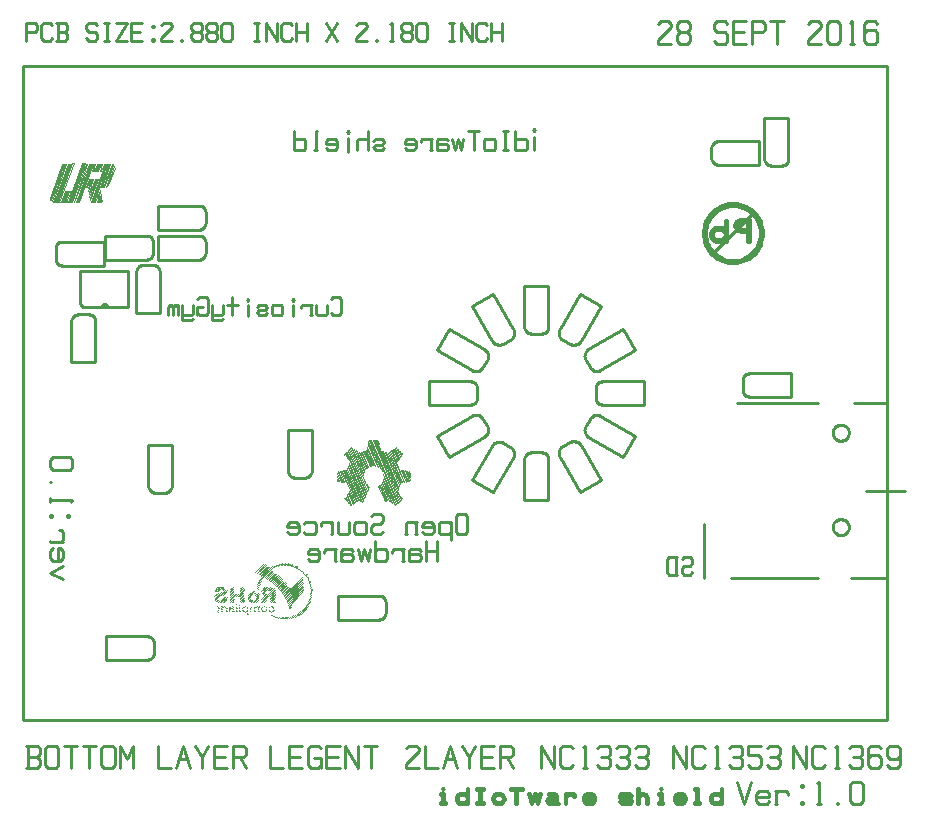
<source format=gbr>
G04 CAM350 V9.5.2 (Build 226) Date:  Wed Oct 05 09:55:23 2016 *
G04 Database: C:\new\NC1369\FINAL\bot lp.cam *
G04 Layer 1: 60.ger *
%FSLAX23Y23*%
%MOIN*%
%SFA1.000B1.000*%

%MIA0B0*%
%IPPOS*%
%ADD10C,0.00900*%
%ADD11C,0.00400*%
%LN60.ger*%
%LPD*%
G54D10*
X276Y200D02*
G01Y280D01*
X410Y200D02*
G01X276D01*
X410Y280D02*
G01X276D01*
X436Y226D02*
G01Y254D01*
Y259*
X434Y263*
X433Y267*
X430Y271*
X427Y274*
X423Y277*
X419Y278*
X415Y280*
X410*
Y200D02*
G01X415D01*
X419Y202*
X423Y203*
X427Y206*
X430Y209*
X433Y213*
X434Y217*
X436Y221*
Y226*
X133Y470D02*
G01X90Y491D01*
X133Y513*
X114Y531D02*
G01Y573D01*
X123*
X133Y564*
Y540*
X123Y531*
X99*
X90Y540*
Y564*
X99Y573*
X90Y592D02*
G01Y595D01*
X133*
Y592*
X126Y595D02*
G01X133Y601D01*
Y628*
X126Y634*
X120*
X90Y595D02*
G01Y598D01*
X96Y677D02*
G01Y683D01*
X90*
Y677*
X96*
X151D02*
G01Y683D01*
X145*
Y677*
X151*
X90Y728D02*
G01Y740D01*
Y734D02*
G01X163D01*
X157Y728*
X90Y792D02*
G01X93D01*
Y795*
X90*
Y792*
X99Y835D02*
G01X154D01*
X163Y844*
Y868*
X154Y877*
X99*
X90Y868*
Y844*
X99Y835*
X0Y0D02*
G01X2880D01*
X0Y2180D02*
G01Y0D01*
X415Y917D02*
G01X495D01*
X415Y783D02*
G01Y917D01*
X495Y783D02*
G01Y917D01*
X441Y757D02*
G01X469D01*
X474*
X478Y759*
X482Y760*
X486Y763*
X489Y766*
X492Y770*
X493Y774*
X495Y778*
Y783*
X415D02*
G01Y778D01*
X417Y774*
X418Y770*
X421Y766*
X424Y763*
X428Y760*
X432Y759*
X436Y757*
X441*
X273Y1535D02*
G01Y1615D01*
X407Y1535D02*
G01X273D01*
X407Y1615D02*
G01X273D01*
X433Y1561D02*
G01Y1589D01*
Y1594*
X431Y1598*
X430Y1602*
X427Y1606*
X424Y1609*
X420Y1612*
X416Y1613*
X412Y1615*
X407*
Y1535D02*
G01X412D01*
X416Y1537*
X420Y1538*
X424Y1541*
X427Y1544*
X430Y1548*
X431Y1552*
X433Y1556*
Y1561*
X455Y1358D02*
G01X375D01*
X455Y1492D02*
G01Y1358D01*
X375Y1492D02*
G01Y1358D01*
X429Y1518D02*
G01X401D01*
X396*
X392Y1516*
X388Y1515*
X384Y1512*
X381Y1509*
X378Y1505*
X377Y1501*
X375Y1497*
Y1492*
X455D02*
G01Y1497D01*
X453Y1501*
X452Y1505*
X449Y1509*
X446Y1512*
X442Y1515*
X438Y1516*
X434Y1518*
X429*
X448Y1535D02*
G01Y1615D01*
X582Y1535D02*
G01X448D01*
X582Y1615D02*
G01X448D01*
X608Y1561D02*
G01Y1589D01*
Y1594*
X606Y1598*
X605Y1602*
X602Y1606*
X599Y1609*
X595Y1612*
X591Y1613*
X587Y1615*
X582*
Y1535D02*
G01X587D01*
X591Y1537*
X595Y1538*
X599Y1541*
X602Y1544*
X605Y1548*
X606Y1552*
X608Y1556*
Y1561*
X267Y1595D02*
G01Y1515D01*
X133Y1595D02*
G01X267D01*
X133Y1515D02*
G01X267D01*
X107Y1569D02*
G01Y1541D01*
Y1536*
X109Y1532*
X110Y1528*
X113Y1524*
X116Y1521*
X120Y1518*
X124Y1517*
X128Y1515*
X133*
Y1595D02*
G01X128D01*
X124Y1593*
X120Y1592*
X116Y1589*
X113Y1586*
X110Y1582*
X109Y1578*
X107Y1574*
Y1569*
X350Y1378D02*
G01X200D01*
X350Y1498D02*
G01X190D01*
X350Y1378D02*
G01Y1498D01*
X190Y1388D02*
G01Y1498D01*
Y1388D02*
G01X200Y1378D01*
G54D11*
X282Y1380D02*
G01X258D01*
X259Y1384*
X281*
X279Y1387*
X261*
X265Y1390*
X275*
G54D10*
X240Y1193D02*
G01X160D01*
X240Y1327D02*
G01Y1193D01*
X160Y1327D02*
G01Y1193D01*
X214Y1353D02*
G01X186D01*
X181*
X177Y1351*
X173Y1350*
X169Y1347*
X166Y1344*
X163Y1340*
X162Y1336*
X160Y1332*
Y1327*
X240D02*
G01Y1332D01*
X238Y1336*
X237Y1340*
X234Y1344*
X231Y1347*
X227Y1350*
X223Y1351*
X219Y1353*
X214*
X1025Y1357D02*
G01X1033Y1350D01*
X1053*
X1060Y1357*
Y1402*
X1053Y1409*
X1033*
X1025Y1402*
X1011Y1385D02*
G01Y1355D01*
X1006Y1350*
X981*
X976Y1355*
Y1385*
X961Y1350D02*
G01X959D01*
Y1385*
X961*
X959Y1380D02*
G01X954Y1385D01*
X931*
X926Y1380*
Y1375*
X959Y1350D02*
G01X956D01*
X862Y1355D02*
G01Y1380D01*
X857Y1385*
X832*
X827Y1380*
Y1355*
X832Y1350*
X857*
X862Y1355*
X778Y1377D02*
G01X785Y1385D01*
X805*
X813Y1377*
Y1375*
X805Y1367*
X785*
X778Y1360*
X785Y1350*
X805*
X813Y1357*
X714Y1385D02*
G01X679D01*
X696Y1409D02*
G01Y1350D01*
X664Y1385D02*
G01Y1355D01*
X659Y1350*
X634*
X629Y1355*
Y1385*
Y1355D02*
G01Y1335D01*
Y1355D02*
G01Y1338D01*
X634Y1333*
X659*
X664Y1338*
X597Y1377D02*
G01X587D01*
X580Y1370D02*
G01Y1357D01*
X587Y1350*
X607*
X615Y1357*
Y1402*
X607Y1409*
X587*
X580Y1402*
X587Y1377D02*
G01X580D01*
Y1350*
X565Y1385D02*
G01Y1355D01*
X560Y1350*
X535*
X530Y1355*
Y1385*
Y1355D02*
G01Y1335D01*
Y1355D02*
G01Y1338D01*
X535Y1333*
X560*
X565Y1338*
X516Y1350D02*
G01Y1385D01*
Y1377D02*
G01X508Y1385D01*
X506*
X498Y1377*
Y1350*
Y1377D02*
G01X491Y1385D01*
X488*
X481Y1377*
Y1350*
X448Y1635D02*
G01Y1715D01*
X582Y1635D02*
G01X448D01*
X582Y1715D02*
G01X448D01*
X608Y1661D02*
G01Y1689D01*
Y1694*
X606Y1698*
X605Y1702*
X602Y1706*
X599Y1709*
X595Y1712*
X591Y1713*
X587Y1715*
X582*
Y1635D02*
G01X587D01*
X591Y1637*
X595Y1638*
X599Y1641*
X602Y1644*
X605Y1648*
X606Y1652*
X608Y1656*
Y1661*
G54D11*
X304Y1840D02*
G01X283Y1782D01*
X303Y1847D02*
G01X278Y1779D01*
X262Y1734D02*
G01X259Y1727D01*
X300Y1851D02*
G01X274Y1777D01*
X260Y1740D02*
G01X256Y1727D01*
X297Y1853D02*
G01X270Y1777D01*
X259Y1747D02*
G01X252Y1727D01*
X294Y1855D02*
G01X266Y1777D01*
X257Y1753D02*
G01X248Y1727D01*
X290Y1855D02*
G01X262Y1777D01*
X256Y1760D02*
G01X244Y1727D01*
X286Y1855D02*
G01X258Y1777D01*
X254Y1766D02*
G01X240Y1727D01*
X282Y1855D02*
G01X254Y1777D01*
X253Y1773D02*
G01X236Y1727D01*
X279Y1855D02*
G01X232Y1727D01*
X228*
X275Y1855*
X271*
X225Y1727*
X267Y1855D02*
G01X257Y1829D01*
X248Y1804D02*
G01X223Y1732D01*
X263Y1855D02*
G01X254Y1829D01*
X244Y1804D02*
G01X221Y1739D01*
X259Y1855D02*
G01X250Y1829D01*
X241Y1804D02*
G01X220Y1745D01*
X255Y1855D02*
G01X246Y1829D01*
X237Y1804D02*
G01X218Y1752D01*
X252Y1855D02*
G01X242Y1829D01*
X233Y1804D02*
G01X217Y1759D01*
X248Y1855D02*
G01X238Y1829D01*
X229Y1804D02*
G01X215Y1765D01*
X244Y1855D02*
G01X234Y1829D01*
X225Y1804D02*
G01X214Y1772D01*
X240Y1855D02*
G01X231Y1829D01*
X221Y1804D02*
G01X212Y1777D01*
X236Y1855D02*
G01X227Y1829D01*
X217Y1804D02*
G01X208Y1777D01*
X232Y1855D02*
G01X186Y1727D01*
X182*
X228Y1855*
X224*
X178Y1727*
X174*
X221Y1855*
X217*
X170Y1727*
X167*
X213Y1855*
X209*
X163Y1727*
X159*
X205Y1856*
X201*
X155Y1727*
X151*
X197Y1856*
X194*
X147Y1727*
X143*
X157Y1764*
X153*
X140Y1727*
X136*
X149Y1764*
X145*
X132Y1727*
X128*
X141Y1764*
X137*
X124Y1727*
X120*
X167Y1856*
X163*
X116Y1727*
X113*
X159Y1855*
X155*
X109Y1727*
X105*
X151Y1855*
X147*
X101Y1727*
X97Y1728*
X143Y1855*
X139*
X94Y1729*
X91Y1732*
X136Y1855*
X132*
X88Y1735*
X87Y1739*
X129Y1855*
G54D10*
X10Y2265D02*
G01Y2325D01*
X38*
X45Y2318*
Y2300*
X38Y2295*
X10*
X95Y2273D02*
G01X88Y2265D01*
X68*
X60Y2273*
Y2318*
X68Y2325*
X88*
X95Y2318*
X138Y2295D02*
G01X145Y2303D01*
Y2318D02*
G01X138Y2325D01*
X115D02*
G01Y2265D01*
X110D02*
G01X138D01*
X145Y2273*
Y2288*
X138Y2295*
X115*
X110Y2325D02*
G01X138D01*
X145Y2318D02*
G01Y2303D01*
X210Y2273D02*
G01X218Y2265D01*
X238*
X245Y2273*
Y2288*
X238Y2295*
X218*
X210Y2303*
Y2318*
X218Y2325*
X238*
X245Y2318*
X270Y2265D02*
G01X285D01*
X278D02*
G01Y2325D01*
X270D02*
G01X285D01*
X310D02*
G01X345D01*
X310Y2265*
X345*
X395D02*
G01X360D01*
Y2325*
X395*
X360Y2295D02*
G01X390D01*
X430Y2270D02*
G01X435D01*
Y2265*
X430*
Y2270*
Y2315D02*
G01X435D01*
Y2310*
X430*
Y2315*
X460Y2318D02*
G01X468Y2325D01*
X488*
X495Y2318*
Y2310*
X460Y2265D02*
G01X495D01*
X460Y2275D02*
G01X495Y2310D01*
X460Y2275D02*
G01Y2265D01*
X525D02*
G01Y2268D01*
X528*
Y2265*
X525*
X568Y2325D02*
G01X588D01*
X595Y2318*
Y2303*
X588Y2295*
X568*
X560Y2288*
Y2273*
X568Y2265*
X588*
X595Y2273*
Y2288*
X588Y2295*
X568D02*
G01X560Y2303D01*
Y2318*
X568Y2325*
X618D02*
G01X638D01*
X645Y2318*
Y2303*
X638Y2295*
X618*
X610Y2288*
Y2273*
X618Y2265*
X638*
X645Y2273*
Y2288*
X638Y2295*
X618D02*
G01X610Y2303D01*
Y2318*
X618Y2325*
X660Y2273D02*
G01Y2318D01*
X668Y2325*
X688*
X695Y2318*
Y2273*
X688Y2265*
X668*
X660Y2273*
X770Y2265D02*
G01X785D01*
X778D02*
G01Y2325D01*
X770D02*
G01X785D01*
X810Y2265D02*
G01Y2325D01*
X845Y2265*
Y2325*
X895Y2273D02*
G01X888Y2265D01*
X868*
X860Y2273*
Y2318*
X868Y2325*
X888*
X895Y2318*
X910Y2265D02*
G01Y2325D01*
Y2295D02*
G01X945D01*
Y2325D02*
G01Y2265D01*
X1010D02*
G01X1045Y2325D01*
X1010D02*
G01X1045Y2265D01*
X1110Y2318D02*
G01X1118Y2325D01*
X1138*
X1145Y2318*
Y2310*
X1110Y2265D02*
G01X1145D01*
X1110Y2275D02*
G01X1145Y2310D01*
X1110Y2275D02*
G01Y2265D01*
X1175D02*
G01Y2268D01*
X1178*
Y2265*
X1175*
X1223D02*
G01X1233D01*
X1228D02*
G01Y2325D01*
X1223Y2320*
X1268Y2325D02*
G01X1288D01*
X1295Y2318*
Y2303*
X1288Y2295*
X1268*
X1260Y2288*
Y2273*
X1268Y2265*
X1288*
X1295Y2273*
Y2288*
X1288Y2295*
X1268D02*
G01X1260Y2303D01*
Y2318*
X1268Y2325*
X1310Y2273D02*
G01Y2318D01*
X1318Y2325*
X1338*
X1345Y2318*
Y2273*
X1338Y2265*
X1318*
X1310Y2273*
X1420Y2265D02*
G01X1435D01*
X1428D02*
G01Y2325D01*
X1420D02*
G01X1435D01*
X1460Y2265D02*
G01Y2325D01*
X1495Y2265*
Y2325*
X1545Y2273D02*
G01X1538Y2265D01*
X1518*
X1510Y2273*
Y2318*
X1518Y2325*
X1538*
X1545Y2318*
X1560Y2265D02*
G01Y2325D01*
Y2295D02*
G01X1595D01*
Y2325D02*
G01Y2265D01*
X2880Y2180D02*
G01X0D01*
X44Y-123D02*
G01X54Y-113D01*
Y-94D02*
G01X44Y-85D01*
X16D02*
G01Y-160D01*
X10D02*
G01X44D01*
X54Y-151*
Y-132*
X44Y-123*
X16*
X10Y-85D02*
G01X44D01*
X54Y-94D02*
G01Y-113D01*
X73Y-151D02*
G01Y-94D01*
X82Y-85*
X107*
X116Y-94*
Y-151*
X107Y-160*
X82*
X73Y-151*
X157Y-160D02*
G01Y-85D01*
X135D02*
G01X179D01*
X219Y-160D02*
G01Y-85D01*
X198D02*
G01X241D01*
X260Y-151D02*
G01Y-94D01*
X269Y-85*
X294*
X304Y-94*
Y-151*
X294Y-160*
X269*
X260Y-151*
X323Y-160D02*
G01Y-85D01*
X344Y-129*
X366Y-85*
Y-160*
X491D02*
G01X448D01*
Y-85*
X510Y-160D02*
G01X532Y-85D01*
X554Y-160*
X519Y-129D02*
G01X544D01*
X573Y-85D02*
G01X594Y-123D01*
Y-160*
Y-123D02*
G01X616Y-85D01*
X679Y-160D02*
G01X635D01*
Y-85*
X679*
X635Y-123D02*
G01X673D01*
X698Y-160D02*
G01Y-85D01*
X732*
X741Y-94*
Y-116*
X732Y-123*
X698*
X723D02*
G01X741Y-160D01*
X866D02*
G01X823D01*
Y-85*
X929Y-160D02*
G01X885D01*
Y-85*
X929*
X885Y-123D02*
G01X923D01*
X969Y-126D02*
G01X982D01*
X991Y-135D02*
G01Y-151D01*
X982Y-160*
X957*
X948Y-151*
Y-94*
X957Y-85*
X982*
X991Y-94*
X982Y-126D02*
G01X991D01*
Y-160*
X1054D02*
G01X1010D01*
Y-85*
X1054*
X1010Y-123D02*
G01X1048D01*
X1073Y-160D02*
G01Y-85D01*
X1116Y-160*
Y-85*
X1157Y-160D02*
G01Y-85D01*
X1135D02*
G01X1179D01*
G54D11*
X948Y380D02*
G01X924Y354D01*
X914Y349*
X955Y392*
X958Y401D02*
G01X942Y384D01*
X921Y363D02*
G01X905Y345D01*
X960Y408D02*
G01X949Y397D01*
X908Y354D02*
G01X897Y343D01*
X961Y415D02*
G01X952Y405D01*
X899Y350D02*
G01X891Y341D01*
X962Y421D02*
G01X954Y413D01*
X892Y348D02*
G01X884Y340D01*
X962Y426D02*
G01X956Y419D01*
X886Y346D02*
G01X878Y339D01*
X962Y431D02*
G01X956Y425D01*
X880Y345D02*
G01X873Y339D01*
X962Y436D02*
G01X957Y431D01*
X874Y345D02*
G01X868Y339D01*
X961Y441D02*
G01X957Y436D01*
X869Y344D02*
G01X864Y339D01*
X961Y446D02*
G01X956Y441D01*
X864Y345D02*
G01X859Y340D01*
X960Y450D02*
G01X956Y446D01*
X891Y378D02*
G01X886Y373D01*
X859Y345D02*
G01X855Y340D01*
X959Y454D02*
G01X955Y450D01*
X896Y389D02*
G01X885Y377D01*
X855Y346D02*
G01X850Y341D01*
X958Y458D02*
G01X954Y454D01*
X932Y432D02*
G01X926Y425D01*
X922Y421D02*
G01X884Y381D01*
X850Y346D02*
G01X846Y342D01*
X956Y462D02*
G01X953Y458D01*
X932Y437D02*
G01X882Y385D01*
X846Y347D02*
G01X842Y343D01*
X955Y466D02*
G01X951Y462D01*
X932Y442D02*
G01X881Y389D01*
X842Y348D02*
G01X838Y344D01*
X953Y469D02*
G01X950Y466D01*
X931Y447D02*
G01X880Y393D01*
X839Y350D02*
G01X835Y346D01*
X951Y473D02*
G01X948Y470D01*
X931Y451D02*
G01X878Y396D01*
X835Y351D02*
G01X831Y347D01*
X950Y476D02*
G01X947Y473D01*
X931Y456D02*
G01X877Y400D01*
X832Y353D02*
G01X828Y349D01*
X948Y479D02*
G01X945Y476D01*
X930Y461D02*
G01X875Y403D01*
X828Y355D02*
G01X825Y351D01*
X946Y483D02*
G01X943Y479D01*
X930Y466D02*
G01X873Y407D01*
X834Y366D02*
G01X830Y362D01*
X944Y486D02*
G01X940Y482D01*
X930Y471D02*
G01X872Y410D01*
X834Y371D02*
G01X831Y368D01*
X827Y364D02*
G01X824Y361D01*
X941Y488D02*
G01X938Y485D01*
X929Y476D02*
G01X870Y414D01*
X833Y376D02*
G01X832Y374D01*
X822Y364D02*
G01X821Y363D01*
X939Y491D02*
G01X936Y488D01*
X889Y440D02*
G01X867Y417D01*
X831Y379D02*
G01X830Y378D01*
X820Y367D02*
G01X818Y365D01*
X936Y494D02*
G01X933Y491D01*
X887Y443D02*
G01X865Y420D01*
X828Y381D02*
G01X826Y379D01*
X934Y497D02*
G01X931Y493D01*
X885Y446D02*
G01X863Y423D01*
X837Y395D02*
G01X836Y394D01*
X823Y381D02*
G01X819Y376D01*
X812Y369D02*
G01X805Y362D01*
X931Y499D02*
G01X928Y496D01*
X883Y448D02*
G01X861Y426D01*
X837Y400D02*
G01X831Y394D01*
X811Y374D02*
G01X809Y371D01*
X801Y363D02*
G01X800Y362D01*
X928Y501D02*
G01X925Y498D01*
X880Y451D02*
G01X859Y429D01*
X837Y406D02*
G01X826Y394D01*
X809Y377D02*
G01X808Y376D01*
X797Y364D02*
G01X796Y363D01*
X926Y504D02*
G01X922Y500D01*
X878Y454D02*
G01X857Y432D01*
X837Y411D02*
G01X823Y397D01*
X795Y367D02*
G01X794Y366D01*
X923Y506D02*
G01X920Y503D01*
X875Y456D02*
G01X855Y435D01*
X837Y416D02*
G01X823Y402D01*
X803Y381D02*
G01X801Y379D01*
X796Y373D02*
G01X792Y370D01*
X785Y363D02*
G01Y362D01*
X919Y508D02*
G01X916Y505D01*
X873Y459D02*
G01X852Y438D01*
X837Y421D02*
G01X823Y407D01*
X798Y381D02*
G01X793Y375D01*
X785Y368D02*
G01X782Y365D01*
X916Y510D02*
G01X913Y507D01*
X870Y461D02*
G01X850Y440D01*
X837Y427D02*
G01X823Y412D01*
X785Y373D02*
G01X782Y370D01*
X913Y512D02*
G01X910Y508D01*
X867Y464D02*
G01X847Y443D01*
X837Y432D02*
G01X821Y415D01*
X811Y405D02*
G01X801Y395D01*
X785Y379D02*
G01X782Y375D01*
X772Y365D02*
G01X770Y362D01*
X910Y514D02*
G01X906Y510D01*
X865Y467D02*
G01X845Y446D01*
X837Y437D02*
G01X796Y395D01*
X772Y370D02*
G01X769Y367D01*
X907Y515D02*
G01X903Y511D01*
X862Y469D02*
G01X842Y448D01*
X837Y442D02*
G01X823Y428D01*
X817Y422D02*
G01X791Y395D01*
X777Y380D02*
G01X769Y372D01*
X903Y517D02*
G01X899Y513D01*
X860Y472D02*
G01X839Y450D01*
X832Y443D02*
G01X823Y434D01*
X812Y422D02*
G01X793Y402D01*
X773Y381D02*
G01X769Y377D01*
X759Y367D02*
G01X756Y364D01*
X748Y355D02*
G01X746Y353D01*
X899Y518D02*
G01X895Y514D01*
X857Y474D02*
G01X836Y453D01*
X827Y443D02*
G01X820Y435D01*
X808Y423D02*
G01X803Y418D01*
X759Y372D02*
G01X756Y369D01*
X748Y361D02*
G01X745Y357D01*
X895Y519D02*
G01X892Y515D01*
X854Y477D02*
G01X834Y455D01*
X822Y443D02*
G01X815Y435D01*
X806Y426D02*
G01X800Y420D01*
X785Y405D02*
G01X776Y395D01*
X762Y381D02*
G01X756Y374D01*
X748Y366D02*
G01X745Y363D01*
X891Y520D02*
G01X887Y516D01*
X852Y479D02*
G01X831Y457D01*
X817Y443D02*
G01X797Y422D01*
X786Y410D02*
G01X770Y394D01*
X748Y371D02*
G01X739Y361D01*
X887Y521D02*
G01X883Y517D01*
X849Y482D02*
G01X828Y460D01*
X812Y443D02*
G01X794Y425D01*
X786Y415D02*
G01X765Y394D01*
X748Y376D02*
G01X745Y373D01*
X736Y363D02*
G01X735Y362D01*
X882Y522D02*
G01X878Y517D01*
X846Y484D02*
G01X825Y462D01*
X807Y443D02*
G01X793Y429D01*
X784Y419D02*
G01X774Y408D01*
X766Y401D02*
G01X760Y394D01*
X747Y380D02*
G01X744Y377D01*
X733Y366D02*
G01X732Y365D01*
X878Y522D02*
G01X873Y517D01*
X843Y486D02*
G01X823Y464D01*
X801Y442D02*
G01X794Y434D01*
X782Y422D02*
G01X774Y414D01*
X761Y401D02*
G01X756Y396D01*
X733Y371D02*
G01X730Y368D01*
X873Y522D02*
G01X868Y517D01*
X841Y489D02*
G01X820Y467D01*
X779Y425D02*
G01X773Y418D01*
X759Y403D02*
G01X753Y397D01*
X737Y381D02*
G01X730Y373D01*
X723Y365D02*
G01X720Y362D01*
X868Y522D02*
G01X863Y517D01*
X838Y491D02*
G01X817Y469D01*
X776Y427D02*
G01X771Y422D01*
X758Y407D02*
G01X751Y400D01*
X723Y371D02*
G01X720Y368D01*
X863Y522D02*
G01X857Y516D01*
X835Y494D02*
G01X813Y471D01*
X785Y441D02*
G01X782Y438D01*
X773Y428D02*
G01X768Y423D01*
X758Y413D02*
G01X748Y403D01*
X723Y376D02*
G01X720Y373D01*
X711Y364D02*
G01X709Y362D01*
X857Y522D02*
G01X850Y514D01*
X833Y496D02*
G01X810Y473D01*
X786Y447D02*
G01X779Y440D01*
X768Y429D02*
G01X747Y406D01*
X722Y381D02*
G01X720Y378D01*
X711Y369D02*
G01X709Y367D01*
X851Y521D02*
G01X843Y512D01*
X830Y498D02*
G01X807Y475D01*
X787Y454D02*
G01X779Y446D01*
X764Y429D02*
G01X747Y411D01*
X736Y400D02*
G01X731Y395D01*
X722Y386D02*
G01X720Y383D01*
X711Y374D02*
G01X709Y372D01*
X701Y364D02*
G01X699Y362D01*
X845Y520D02*
G01X835Y509D01*
X827Y501D02*
G01X804Y477D01*
X791Y463D02*
G01X780Y452D01*
X758Y428D02*
G01X747Y417D01*
X736Y406D02*
G01X726Y395D01*
X711Y379D02*
G01X709Y377D01*
X700Y368D02*
G01X694Y362D01*
X838Y517D02*
G01X783Y460D01*
X736Y411D02*
G01X723Y397D01*
X697Y371D02*
G01Y370D01*
X829Y514D02*
G01X786Y468D01*
X736Y416D02*
G01X723Y403D01*
X709Y388D02*
G01X708Y387D01*
X699Y378D02*
G01X698Y377D01*
X694Y372D02*
G01X693D01*
X688Y366D02*
G01X684Y362D01*
X820Y509D02*
G01X792Y480D01*
X736Y421D02*
G01X723Y408D01*
X696Y380D02*
G01Y379D01*
X689Y372D02*
G01X684Y368D01*
X816Y511D02*
G01X791Y484D01*
X736Y427D02*
G01X723Y413D01*
X692Y381D02*
G01X684Y373D01*
X677Y365D02*
G01X674Y362D01*
X814Y513D02*
G01X787Y486D01*
X736Y432D02*
G01X720Y415D01*
X703Y397D02*
G01X700Y395D01*
X687Y381D02*
G01X684Y378D01*
X677Y370D02*
G01X674Y367D01*
X811Y515D02*
G01X784Y487D01*
X736Y437D02*
G01X715Y415D01*
X703Y403D02*
G01X695Y395D01*
X677Y375D02*
G01X674Y372D01*
X808Y518D02*
G01X780Y489D01*
X735Y442D02*
G01X723Y429D01*
X719Y424D02*
G01X710Y415D01*
X703Y408D02*
G01X690Y395D01*
X676Y380D02*
G01X673Y377D01*
X662Y365D02*
G01X660Y363D01*
X805Y520D02*
G01X777Y490D01*
X730Y442D02*
G01X723Y434D01*
X713Y424D02*
G01X690Y400D01*
X662Y371D02*
G01X660Y369D01*
X803Y523D02*
G01X773Y492D01*
X725Y442D02*
G01X723Y439D01*
X708Y424D02*
G01X690Y405D01*
X667Y381D02*
G01X660Y374D01*
X651Y364D02*
G01X648Y361D01*
X703Y424D02*
G01X690Y410D01*
X661Y380D02*
G01X660Y379D01*
X651Y370D02*
G01X644Y362D01*
X703Y429D02*
G01X690Y416D01*
X679Y404D02*
G01X670Y395D01*
X651Y375D02*
G01X648Y372D01*
X703Y434D02*
G01X690Y421D01*
X678Y409D02*
G01X664Y394D01*
X651Y380D02*
G01X648Y377D01*
X703Y440D02*
G01X690Y426D01*
X673Y409D02*
G01X659Y394D01*
X650Y385D02*
G01X644Y379D01*
X700Y442D02*
G01X690Y431D01*
X668Y409D02*
G01X654Y394D01*
X695Y442D02*
G01X690Y437D01*
X656Y401D02*
G01X649Y394D01*
X677Y429D02*
G01X666Y417D01*
X651Y402D02*
G01X646Y396D01*
X677Y433D02*
G01X660Y416D01*
X649Y404D02*
G01X643Y398D01*
X640Y400D02*
G01X675Y436D01*
X672Y439D02*
G01X666Y432D01*
X660Y426D02*
G01X638Y403D01*
X669Y441D02*
G01X664Y436D01*
X654Y425D02*
G01X637Y407D01*
X666Y443D02*
G01X661Y437D01*
X647Y423D02*
G01X636Y412D01*
X649Y431D02*
G01X661Y443D01*
X656*
X644Y431*
X639*
X651Y443*
X646*
X638Y434*
G54D10*
X1380Y530D02*
G01Y598D01*
Y564D02*
G01X1341D01*
Y598D02*
G01Y530D01*
X1324Y564D02*
G01X1318Y569D01*
X1290*
X1284Y564*
Y530*
Y536D02*
G01X1290Y530D01*
X1318*
X1324Y536*
Y547*
X1318Y553*
X1290*
X1284Y547*
X1268Y530D02*
G01X1265D01*
Y569*
X1268*
X1265Y564D02*
G01X1259Y569D01*
X1234*
X1228Y564*
Y558*
X1265Y530D02*
G01X1262D01*
X1172Y598D02*
G01Y530D01*
Y536D02*
G01X1178Y530D01*
X1206*
X1211Y536*
Y564*
X1206Y569*
X1178*
X1172Y564*
X1155Y569D02*
G01X1147Y530D01*
X1135Y569*
X1124Y530*
X1116Y569*
X1099Y564D02*
G01X1093Y569D01*
X1065*
X1059Y564*
Y530*
Y536D02*
G01X1065Y530D01*
X1093*
X1099Y536*
Y547*
X1093Y553*
X1065*
X1059Y547*
X1043Y530D02*
G01X1040D01*
Y569*
X1043*
X1040Y564D02*
G01X1034Y569D01*
X1009*
X1003Y564*
Y558*
X1040Y530D02*
G01X1037D01*
X986Y553D02*
G01X947D01*
Y561*
X955Y569*
X978*
X986Y561*
Y538*
X978Y530*
X955*
X947Y538*
X881Y967D02*
G01X961D01*
X881Y833D02*
G01Y967D01*
X961Y833D02*
G01Y967D01*
X907Y807D02*
G01X935D01*
X940*
X944Y809*
X948Y810*
X952Y813*
X955Y816*
X958Y820*
X959Y824*
X961Y828*
Y833*
X881D02*
G01Y828D01*
X883Y824*
X884Y820*
X887Y816*
X890Y813*
X894Y810*
X898Y809*
X902Y807*
X907*
X1480Y628D02*
G01Y679D01*
X1472Y688*
X1449*
X1441Y679*
Y628*
X1449Y620*
X1472*
X1480Y628*
X1424Y659D02*
G01Y600D01*
Y654D02*
G01X1418Y659D01*
X1390*
X1384Y654*
Y626*
X1390Y620*
X1418*
X1424Y626*
X1368Y643D02*
G01X1328D01*
Y651*
X1337Y659*
X1359*
X1368Y651*
Y628*
X1359Y620*
X1337*
X1328Y628*
X1311Y620D02*
G01X1308D01*
Y659*
Y654D02*
G01X1303Y659D01*
X1308Y620D02*
G01X1306D01*
X1280Y659D02*
G01X1275Y654D01*
Y620*
X1278D02*
G01X1272D01*
X1303Y659D02*
G01X1280D01*
X1311D02*
G01X1308D01*
X1199Y628D02*
G01X1190Y620D01*
X1168*
X1159Y628*
Y645*
X1168Y654*
X1190*
X1199Y662*
Y679*
X1190Y688*
X1168*
X1159Y679*
X1143Y626D02*
G01Y654D01*
X1137Y659*
X1109*
X1103Y654*
Y626*
X1109Y620*
X1137*
X1143Y626*
X1086Y659D02*
G01Y626D01*
X1081Y620*
X1053*
X1047Y626*
Y659*
X1030Y620D02*
G01X1027D01*
Y659*
X1030*
X1027Y654D02*
G01X1022Y659D01*
X996*
X991Y654*
Y648*
X1027Y620D02*
G01X1024D01*
X934Y626D02*
G01X940Y620D01*
X968*
X974Y626*
Y654*
X968Y659*
X940*
X934Y654*
X918Y643D02*
G01X878D01*
Y651*
X887Y659*
X909*
X918Y651*
Y628*
X909Y620*
X887*
X878Y628*
X1640Y1963D02*
G01Y1900D01*
Y1905D02*
G01X1646Y1900D01*
X1672*
X1677Y1905*
Y1932*
X1672Y1937*
X1646*
X1640Y1932*
X1614Y1900D02*
G01X1598D01*
X1606D02*
G01Y1963D01*
X1614D02*
G01X1598D01*
X1572Y1905D02*
G01Y1932D01*
X1567Y1937*
X1540*
X1535Y1932*
Y1905*
X1540Y1900*
X1567*
X1572Y1905*
X1501Y1900D02*
G01Y1963D01*
X1519D02*
G01X1482D01*
X1466Y1937D02*
G01X1459Y1900D01*
X1448Y1937*
X1437Y1900*
X1430Y1937*
X1414Y1932D02*
G01X1408Y1937D01*
X1382*
X1377Y1932*
Y1900*
Y1905D02*
G01X1382Y1900D01*
X1408*
X1414Y1905*
Y1916*
X1408Y1921*
X1382*
X1377Y1916*
X1361Y1900D02*
G01X1358D01*
Y1937*
X1361*
X1358Y1932D02*
G01X1353Y1937D01*
X1329*
X1324Y1932*
Y1926*
X1358Y1900D02*
G01X1356D01*
X1308Y1921D02*
G01X1271D01*
Y1929*
X1279Y1937*
X1300*
X1308Y1929*
Y1908*
X1300Y1900*
X1279*
X1271Y1908*
X1166Y1929D02*
G01X1174Y1937D01*
X1195*
X1203Y1929*
Y1926*
X1195Y1918*
X1174*
X1166Y1911*
X1174Y1900*
X1195*
X1203Y1908*
X1150Y1900D02*
G01Y1963D01*
Y1932D02*
G01X1145Y1937D01*
X1119*
X1113Y1932*
Y1900*
X1045Y1921D02*
G01X1008D01*
Y1929*
X1016Y1937*
X1037*
X1045Y1929*
Y1908*
X1037Y1900*
X1016*
X1008Y1908*
X979Y1900D02*
G01X968D01*
X974D02*
G01Y1963D01*
X979*
X902D02*
G01Y1900D01*
Y1905D02*
G01X908Y1900D01*
X934*
X939Y1905*
Y1932*
X934Y1937*
X908*
X902Y1932*
X1047Y335D02*
G01Y415D01*
X1181Y335D02*
G01X1047D01*
X1181Y415D02*
G01X1047D01*
X1207Y361D02*
G01Y389D01*
Y394*
X1205Y398*
X1204Y402*
X1201Y406*
X1198Y409*
X1194Y412*
X1190Y413*
X1186Y415*
X1181*
Y335D02*
G01X1186D01*
X1190Y337*
X1194Y338*
X1198Y341*
X1201Y344*
X1204Y348*
X1205Y352*
X1207Y356*
Y361*
X1566Y759D02*
G01X1496Y799D01*
X1633Y875D02*
G01X1566Y759D01*
X1563Y915D02*
G01X1496Y799D01*
X1623Y911D02*
G01X1599Y925D01*
Y925D02*
G01X1595Y927D01*
X1590Y928*
X1586*
X1581*
X1577Y927*
X1573Y925*
X1569Y922*
X1566Y919*
X1563Y915*
X1633Y875D02*
G01X1635Y879D01*
X1636Y884*
Y888*
Y893*
X1635Y897*
X1633Y901*
X1630Y905*
X1627Y908*
X1623Y911*
X1420Y877D02*
G01X1380Y947D01*
X1536Y944D02*
G01X1420Y877D01*
X1496Y1014D02*
G01X1380Y947D01*
X1545Y980D02*
G01X1531Y1004D01*
Y1004D02*
G01X1529Y1008D01*
X1525Y1011*
X1522Y1014*
X1518Y1016*
X1513Y1017*
X1509*
X1504*
X1500Y1016*
X1496Y1014*
X1536Y944D02*
G01X1539Y947D01*
X1543Y950*
X1545Y954*
X1547Y958*
X1548Y962*
X1549Y967*
X1548Y971*
X1547Y976*
X1545Y980*
G54D11*
X1262Y890D02*
G01X1263Y887D01*
X1255Y896D02*
G01X1260Y884D01*
X1284Y829D02*
G01X1288Y818D01*
X1248Y903D02*
G01X1258Y880D01*
X1279Y830D02*
G01X1288Y809D01*
X1242Y909D02*
G01X1255Y876D01*
X1275Y831D02*
G01X1288Y800D01*
X1238Y907D02*
G01X1253Y873D01*
X1271Y832D02*
G01X1285Y798D01*
X1235Y905D02*
G01X1251Y869D01*
X1266Y832D02*
G01X1281Y797D01*
X1232Y903D02*
G01X1248Y866D01*
X1262Y833D02*
G01X1278Y796D01*
X1229Y901D02*
G01X1246Y862D01*
X1258Y834D02*
G01X1274Y795D01*
X1226Y899D02*
G01X1270Y795D01*
X1267Y794*
X1223Y897*
X1220Y895*
X1263Y793*
X1259*
X1217Y893*
X1214Y891*
X1256Y792*
X1254Y787*
X1209Y892*
X1204Y894*
X1252Y782*
X1250Y777*
X1200Y896*
X1180Y933D02*
G01X1186Y920D01*
X1195Y898D02*
G01X1249Y772D01*
X1260Y745D02*
G01X1263Y739D01*
X1176Y933D02*
G01X1247Y767D01*
X1249Y761D02*
G01X1260Y736D01*
X1172Y933D02*
G01X1257Y733D01*
X1254Y731*
X1168Y933*
X1164*
X1251Y728*
X1249Y725*
X1160Y933*
X1156*
X1246Y722*
X1152Y933D02*
G01X1196Y830D01*
X1200Y821D02*
G01X1243Y719D01*
X1150Y930D02*
G01X1188Y841D01*
X1201Y808D02*
G01X1240Y717D01*
X1148Y924D02*
G01X1182Y845D01*
X1200Y802D02*
G01X1235Y720D01*
X1147Y917D02*
G01X1177Y847D01*
X1198Y797D02*
G01X1229Y724D01*
X1146Y911D02*
G01X1173Y848D01*
X1196Y793D02*
G01X1224Y727D01*
X1145Y905D02*
G01X1168Y849D01*
X1194Y789D02*
G01X1218Y731D01*
X1143Y900D02*
G01X1164Y849D01*
X1191Y786D02*
G01X1213Y734D01*
X1140Y898D02*
G01X1161Y849D01*
X1188Y784D02*
G01X1210Y732D01*
X1136Y897D02*
G01X1157Y848D01*
X1185Y782D02*
G01X1207Y730D01*
X1133Y896D02*
G01X1154Y847D01*
X1182Y780D02*
G01X1204Y729D01*
X1150Y845D02*
G01X1129Y894D01*
X1126Y893*
X1147Y844*
X1144Y841*
X1123Y891*
X1118Y892*
X1141Y839*
X1139Y836*
X1113Y896*
X1107Y900*
X1136Y832*
X1134Y828*
X1102Y903*
X1096Y907D02*
G01X1132Y822D01*
X1150Y781D02*
G01X1151Y778D01*
X1092Y909D02*
G01X1131Y816D01*
X1144Y786D02*
G01X1149Y774D01*
X1089Y906D02*
G01X1147Y769D01*
X1145Y764*
X1086Y903*
X1083Y900*
X1143Y759*
X1141Y755*
X1081Y898*
X1078Y895*
X1139Y750*
X1137Y745*
X1075Y892*
X1072Y889D02*
G01X1081Y869D01*
X1086Y856D02*
G01X1135Y740D01*
X1069Y887D02*
G01X1070Y885D01*
X1084Y851D02*
G01X1133Y736D01*
X1082Y847D02*
G01X1132Y731D01*
X1129Y728*
X1081Y842*
X1079Y837*
X1124Y731*
X1119Y733*
X1076Y834*
X1072Y833*
X1115Y733*
X1112Y731*
X1069Y832*
X1065*
X1109Y729*
X1106Y727*
X1061Y831*
X1058Y830D02*
G01X1074Y792D01*
X1086Y763D02*
G01X1103Y724D01*
X1054Y830D02*
G01X1070Y793D01*
X1084Y759D02*
G01X1100Y722D01*
X1050Y829D02*
G01X1065Y794D01*
X1082Y756D02*
G01X1097Y720D01*
X1047Y828D02*
G01X1061Y795D01*
X1079Y752D02*
G01X1093Y718D01*
X1045Y824D02*
G01X1057Y795D01*
X1077Y748D02*
G01X1090Y718D01*
X1045Y815D02*
G01X1052Y796D01*
X1074Y745D02*
G01X1083Y725D01*
X1045Y805D02*
G01X1048Y797D01*
X1072Y741D02*
G01X1076Y732D01*
X1045Y799D02*
G01Y798D01*
X1070Y739D02*
G01X1071Y737D01*
G54D10*
X1353Y1050D02*
G01Y1130D01*
X1487Y1050D02*
G01X1353D01*
X1487Y1130D02*
G01X1353D01*
X1513Y1076D02*
G01Y1104D01*
Y1109*
X1511Y1113*
X1510Y1117*
X1507Y1121*
X1504Y1124*
X1500Y1127*
X1496Y1128*
X1492Y1130*
X1487*
Y1050D02*
G01X1492D01*
X1496Y1052*
X1500Y1053*
X1504Y1056*
X1507Y1059*
X1510Y1063*
X1511Y1067*
X1513Y1071*
Y1076*
X1380Y1233D02*
G01X1420Y1303D01*
X1496Y1166D02*
G01X1380Y1233D01*
X1536Y1236D02*
G01X1420Y1303D01*
X1531Y1176D02*
G01X1545Y1200D01*
Y1200D02*
G01X1547Y1204D01*
X1548Y1209*
X1549Y1213*
X1548Y1218*
X1547Y1222*
X1545Y1226*
X1543Y1230*
X1539Y1233*
X1536Y1236*
X1496Y1166D02*
G01X1500Y1164D01*
X1504Y1163*
X1509*
X1513*
X1518Y1164*
X1522Y1166*
X1525Y1169*
X1529Y1172*
X1531Y1176*
X1496Y1379D02*
G01X1566Y1419D01*
X1563Y1263D02*
G01X1496Y1379D01*
X1633Y1303D02*
G01X1566Y1419D01*
X1599Y1254D02*
G01X1623Y1268D01*
Y1268D02*
G01X1627Y1270D01*
X1630Y1274*
X1633Y1277*
X1635Y1281*
X1636Y1286*
Y1290*
Y1295*
X1635Y1299*
X1633Y1303*
X1563Y1263D02*
G01X1566Y1260D01*
X1569Y1256*
X1573Y1254*
X1577Y1252*
X1581Y1251*
X1586Y1250*
X1590Y1251*
X1595Y1252*
X1599Y1254*
X1275Y-94D02*
G01X1284Y-85D01*
X1309*
X1319Y-94*
Y-104*
X1275Y-160D02*
G01X1319D01*
X1275Y-148D02*
G01X1319Y-104D01*
X1275Y-148D02*
G01Y-160D01*
X1381D02*
G01X1338D01*
Y-85*
X1400Y-160D02*
G01X1422Y-85D01*
X1444Y-160*
X1409Y-129D02*
G01X1434D01*
X1463Y-85D02*
G01X1484Y-123D01*
Y-160*
Y-123D02*
G01X1506Y-85D01*
X1569Y-160D02*
G01X1525D01*
Y-85*
X1569*
X1525Y-123D02*
G01X1563D01*
X1588Y-160D02*
G01Y-85D01*
X1622*
X1631Y-94*
Y-116*
X1622Y-123*
X1588*
X1613D02*
G01X1631Y-160D01*
X1389Y-244D02*
G01X1401D01*
X1395Y-229D02*
G01X1396Y-231D01*
X1398Y-232*
X1400Y-231*
X1401Y-229*
X1400Y-226*
X1398*
X1396*
X1395Y-229*
X1389Y-244D02*
G01Y-250D01*
X1395*
Y-274*
X1389*
Y-280*
X1407*
Y-274*
X1401*
Y-244*
G54D11*
X1405Y-278D02*
G01Y-276D01*
X1402*
Y-278*
X1398D02*
G01Y-246D01*
Y-230D02*
G01Y-228D01*
X1394Y-278D02*
G01Y-276D01*
Y-248D02*
G01Y-246D01*
X1391Y-278D02*
G01Y-276D01*
Y-248D02*
G01Y-246D01*
G54D10*
X1459Y-244D02*
G01X1455D01*
X1452Y-245*
X1450Y-246*
X1447Y-248*
X1445Y-250*
X1443Y-253*
X1442Y-256*
X1441Y-259*
Y-262*
Y-265*
X1442Y-268*
X1443Y-271*
X1445Y-274*
X1447Y-276*
X1450Y-278*
X1452Y-279*
X1455Y-280*
X1459*
Y-244D02*
G01X1465D01*
X1459Y-280D02*
G01X1466D01*
X1483D02*
G01Y-226D01*
Y-280D02*
G01X1477D01*
Y-226D02*
G01X1483D01*
X1465Y-274D02*
G01X1467D01*
X1469Y-273*
X1471Y-272*
X1472Y-271*
X1474Y-270*
X1475Y-268*
X1476Y-266*
X1477Y-264*
Y-262*
Y-260*
X1476Y-258*
X1475Y-256*
X1474Y-254*
X1472Y-253*
X1471Y-251*
X1469Y-250*
X1467*
X1465*
X1459D02*
G01X1457D01*
X1455*
X1453Y-251*
X1451Y-253*
X1449Y-254*
X1448Y-256*
X1447Y-258*
Y-260*
Y-262*
Y-264*
Y-266*
X1448Y-268*
X1449Y-270*
X1451Y-271*
X1453Y-272*
X1455Y-273*
X1457Y-274*
X1459*
X1465Y-250D02*
G01X1459D01*
Y-274D02*
G01X1465D01*
X1466Y-280D02*
G01X1469D01*
X1472Y-279*
X1474Y-277*
X1477Y-276*
Y-248D02*
G01X1474Y-246D01*
X1471Y-245*
X1468Y-244*
X1465*
X1477Y-275D02*
G01Y-280D01*
Y-248D02*
G01Y-226D01*
G54D11*
X1481Y-278D02*
G01Y-228D01*
X1477*
Y-278*
X1474Y-276D02*
G01Y-272D01*
Y-252D02*
G01Y-248D01*
X1470Y-277D02*
G01Y-275D01*
Y-249D02*
G01Y-246D01*
X1466Y-278D02*
G01Y-276D01*
Y-248D02*
G01Y-246D01*
X1463Y-278D02*
G01Y-276D01*
Y-248D02*
G01Y-246D01*
X1459Y-278D02*
G01Y-276D01*
Y-248D02*
G01Y-246D01*
X1455Y-278D02*
G01Y-276D01*
Y-248D02*
G01Y-246D01*
X1452Y-277D02*
G01Y-274D01*
Y-250D02*
G01Y-247D01*
X1448Y-275D02*
G01Y-270D01*
Y-254D02*
G01Y-249D01*
X1444Y-271D02*
G01Y-253D01*
X1443Y-256*
Y-268*
G54D10*
X1510Y-280D02*
G01Y-274D01*
X1519*
Y-232*
X1510*
Y-226*
X1534*
Y-232*
X1525*
Y-274*
X1534*
Y-280*
X1510*
G54D11*
X1532Y-278D02*
G01Y-276D01*
Y-230D02*
G01Y-228D01*
X1529Y-278D02*
G01Y-276D01*
Y-230D02*
G01Y-228D01*
X1525Y-278D02*
G01Y-228D01*
X1521*
Y-278*
X1518D02*
G01Y-276D01*
Y-230D02*
G01Y-228D01*
X1514Y-278D02*
G01Y-276D01*
Y-230D02*
G01Y-228D01*
X1512Y-278D02*
G01Y-276D01*
Y-230D02*
G01Y-228D01*
G54D10*
X1580Y-244D02*
G01X1576D01*
X1573Y-245*
X1571Y-246*
X1568Y-248*
X1566Y-250*
X1564Y-253*
X1563Y-256*
X1562Y-259*
Y-262*
Y-265*
X1563Y-268*
X1564Y-271*
X1566Y-274*
X1568Y-276*
X1571Y-278*
X1573Y-279*
X1576Y-280*
X1580*
X1586D02*
G01X1589D01*
X1592Y-279*
X1595Y-278*
X1597Y-276*
X1600Y-274*
X1601Y-271*
X1603Y-268*
X1604Y-265*
Y-262*
Y-259*
X1603Y-256*
X1601Y-253*
X1600Y-250*
X1597Y-248*
X1595Y-246*
X1592Y-245*
X1589Y-244*
X1586*
X1580D02*
G01X1586D01*
X1580Y-280D02*
G01X1586D01*
X1580Y-250D02*
G01X1578D01*
X1576*
X1574Y-251*
X1572Y-253*
X1570Y-254*
X1569Y-256*
X1568Y-258*
Y-260*
Y-262*
Y-264*
Y-266*
X1569Y-268*
X1570Y-270*
X1572Y-271*
X1574Y-272*
X1576Y-273*
X1578Y-274*
X1580*
X1586D02*
G01X1588D01*
X1590Y-273*
X1592Y-272*
X1593Y-271*
X1595Y-270*
X1596Y-268*
X1597Y-266*
X1598Y-264*
Y-262*
Y-260*
X1597Y-258*
X1596Y-256*
X1595Y-254*
X1593Y-253*
X1592Y-251*
X1590Y-250*
X1588*
X1586*
Y-250D02*
G01X1580D01*
Y-274D02*
G01X1586D01*
G54D11*
X1573Y-278D02*
G01X1592D01*
X1597Y-274*
X1569*
X1566Y-271D02*
G01X1569D01*
X1596D02*
G01X1600D01*
X1564Y-267D02*
G01X1567D01*
X1599D02*
G01X1601D01*
X1564Y-263D02*
G01X1566D01*
X1600D02*
G01X1602D01*
X1564Y-260D02*
G01X1566D01*
X1600D02*
G01X1602D01*
X1564Y-256D02*
G01X1567D01*
X1598D02*
G01X1601D01*
X1566Y-253D02*
G01X1570D01*
X1595D02*
G01X1599D01*
X1569Y-249D02*
G01X1596D01*
X1592Y-246*
X1573*
G54D10*
X1622Y-232D02*
G01Y-226D01*
X1664*
Y-232*
X1646*
Y-280*
X1640*
Y-232*
X1622*
G54D11*
X1624Y-228D02*
G01Y-230D01*
X1628*
Y-228*
X1631*
Y-230*
X1635*
Y-228*
X1639*
Y-230*
X1642Y-278*
Y-228*
X1646*
Y-278*
X1649Y-230*
Y-228*
X1653*
Y-230*
X1657*
Y-228*
X1660*
Y-230*
X1662*
Y-228*
G54D10*
X1683Y-244D02*
G01X1693Y-280D01*
X1714D02*
G01X1725Y-244D01*
X1683D02*
G01X1689D01*
X1695Y-264*
X1701Y-244*
X1707*
X1713Y-264*
X1714Y-280D02*
G01X1711D01*
X1704Y-254*
X1693Y-280D02*
G01X1696D01*
X1704Y-254*
X1725Y-244D02*
G01X1719D01*
X1713Y-264*
G54D11*
X1685Y-246D02*
G01X1695Y-278D01*
X1697Y-273*
X1689Y-246*
X1697Y-260*
X1699Y-267*
X1701Y-260*
X1699Y-254*
X1701Y-247*
X1703Y-254*
X1714Y-278*
X1704Y-246*
X1714Y-265*
X1716Y-272*
X1717Y-265*
X1716Y-259*
X1717Y-252*
X1719Y-259*
X1721Y-252*
X1719Y-246*
X1723*
G54D10*
X1779Y-256D02*
G01Y-271D01*
X1767Y-244D02*
G01X1749D01*
X1755Y-280D02*
G01X1767D01*
X1768Y-256D02*
G01X1755D01*
X1749Y-244D02*
G01Y-250D01*
X1768*
X1774Y-256D02*
G01X1772Y-252D01*
X1768Y-250*
X1779Y-271D02*
G01X1781Y-275D01*
X1785Y-277*
Y-280D02*
G01Y-277D01*
X1768Y-274D02*
G01X1772Y-272D01*
X1774Y-268*
X1772Y-264*
X1768Y-262*
X1756D02*
G01X1752Y-264D01*
X1750Y-268*
X1752Y-272*
X1756Y-274*
Y-274D02*
G01X1768D01*
X1756Y-262D02*
G01X1768D01*
X1774Y-258D02*
G01X1772Y-257D01*
X1770Y-256*
X1768*
X1774Y-258D02*
G01Y-256D01*
X1767Y-280D02*
G01X1769D01*
X1772Y-279*
X1774Y-278*
X1776Y-277*
Y-277D02*
G01X1779Y-279D01*
X1782Y-280*
X1785*
X1755Y-256D02*
G01X1753D01*
X1751Y-257*
X1749*
X1747Y-259*
X1746Y-260*
X1745Y-262*
X1744Y-264*
X1743Y-266*
Y-268*
Y-270*
X1744Y-272*
X1745Y-274*
X1746Y-276*
X1747Y-277*
X1749Y-278*
X1751Y-279*
X1753Y-280*
X1755*
X1779Y-256D02*
G01Y-254D01*
Y-252*
X1778Y-250*
X1776Y-248*
X1775Y-247*
X1773Y-245*
X1771Y-244*
X1769*
X1767*
G54D11*
X1751Y-278D02*
G01X1772D01*
X1779D02*
G01X1783D01*
X1778Y-274D02*
G01X1747D01*
X1745Y-271D02*
G01X1749D01*
X1775D02*
G01X1777D01*
X1745Y-267D02*
G01X1748D01*
X1776D02*
G01X1777D01*
X1746Y-264D02*
G01X1750D01*
X1774D02*
G01X1777D01*
Y-260D02*
G01X1748D01*
X1754Y-256D02*
G01X1768D01*
X1776D02*
G01X1777D01*
Y-253D02*
G01X1775D01*
X1751Y-249*
X1775*
X1772Y-246*
X1751*
G54D10*
X1804Y-280D02*
G01Y-244D01*
X1840Y-256D02*
G01Y-254D01*
X1839Y-252*
X1838Y-250*
X1837Y-248*
X1835Y-247*
X1834Y-245*
X1832Y-244*
X1830*
X1828*
X1816D02*
G01X1813D01*
X1811*
X1810Y-245*
X1816Y-244D02*
G01X1828D01*
X1840Y-256D02*
G01X1834D01*
Y-256D02*
G01X1832Y-252D01*
X1828Y-250*
Y-250D02*
G01X1816D01*
Y-250D02*
G01X1811Y-252D01*
X1810Y-256*
Y-256D02*
G01Y-280D01*
X1804Y-244D02*
G01X1810D01*
Y-245*
Y-280D02*
G01X1804D01*
G54D11*
X1838Y-254D02*
G01Y-251D01*
X1834Y-248*
Y-254*
X1831Y-248*
Y-246*
X1827*
Y-248*
X1823*
Y-246*
X1820*
Y-248*
X1816*
Y-246*
X1812*
Y-249*
X1809Y-278*
Y-246*
X1806*
Y-278*
G54D10*
X1882Y-244D02*
G01X1879D01*
X1876Y-245*
X1873Y-246*
X1870Y-248*
X1868Y-250*
X1866Y-253*
X1865Y-256*
X1864Y-259*
Y-262*
Y-265*
X1865Y-268*
X1866Y-271*
X1868Y-274*
X1870Y-276*
X1873Y-278*
X1876Y-279*
X1879Y-280*
X1882*
X1906Y-262D02*
G01Y-259D01*
X1905Y-256*
X1904Y-253*
X1902Y-250*
X1900Y-248*
X1897Y-246*
X1894Y-245*
X1891Y-244*
X1888*
Y-244D02*
G01X1882D01*
G54D11*
X1894Y-246D02*
G01X1876D01*
X1871Y-249*
X1899*
X1902Y-253D02*
G01X1899D01*
X1872D02*
G01X1868D01*
X1904Y-257D02*
G01X1901D01*
X1869D02*
G01X1867D01*
X1904Y-260D02*
G01X1866D01*
Y-264*
X1904*
X1869Y-268*
X1867*
X1902Y-271D02*
G01X1898D01*
X1872D02*
G01X1869D01*
X1899Y-275D02*
G01X1871D01*
X1876Y-278*
X1894*
G54D10*
X1888Y-274D02*
G01X1890D01*
X1892Y-273*
X1894Y-272*
X1896Y-271*
X1888Y-280D02*
G01X1891D01*
X1894Y-279*
X1897Y-278*
X1900Y-276*
X1902Y-274*
X1904Y-271*
Y-271D02*
G01X1896D01*
X1882Y-280D02*
G01X1888D01*
X1882Y-274D02*
G01X1888D01*
X1900Y-259D02*
G01X1870D01*
X1882Y-250D02*
G01X1880D01*
X1878*
X1876Y-251*
X1875Y-252*
X1873Y-254*
X1872Y-255*
X1871Y-257*
X1870Y-259*
Y-265D02*
G01X1871Y-267D01*
X1872Y-269*
X1873Y-270*
X1875Y-271*
X1876Y-273*
X1878*
X1880Y-274*
X1882*
X1900Y-259D02*
G01X1899Y-257D01*
X1898Y-255*
X1897Y-254*
X1896Y-252*
X1894Y-251*
X1892Y-250*
X1890*
X1888*
X1906Y-265D02*
G01Y-262D01*
Y-265D02*
G01X1870D01*
X1882Y-250D02*
G01X1888D01*
X2027Y-253D02*
G01X2025Y-246D01*
X2018Y-244*
Y-244D02*
G01X1996D01*
X2017Y-280D02*
G01X1994D01*
X1985Y-271D02*
G01X1988Y-277D01*
X1994Y-280*
X2017Y-259D02*
G01X1996D01*
Y-265D02*
G01X2018D01*
Y-274D02*
G01X1994D01*
X1985Y-271D02*
G01X1991D01*
X1996Y-250D02*
G01X2018D01*
X2027Y-253D02*
G01X2021D01*
Y-253D02*
G01X2020Y-251D01*
X2018Y-250*
X1996Y-244D02*
G01X1994D01*
X1992*
X1990Y-245*
X1989Y-246*
X1987Y-247*
X1986Y-249*
Y-251*
X1985Y-252*
Y-254*
Y-256*
X1986Y-258*
Y-260*
X1987Y-261*
X1989Y-262*
X1990Y-263*
X1992Y-264*
X1994Y-265*
X1996*
Y-250D02*
G01X1992Y-251D01*
X1991Y-254*
X1992Y-257*
X1996Y-259*
X2017Y-280D02*
G01X2019D01*
X2020Y-279*
X2022*
X2024Y-278*
X2025Y-276*
X2026Y-275*
X2027Y-273*
Y-271*
Y-269*
Y-268*
Y-266*
X2026Y-264*
X2025Y-263*
X2024Y-261*
X2022Y-260*
X2020Y-259*
X2019*
X2017*
X2018Y-274D02*
G01X2021Y-273D01*
X2023Y-269*
X2021Y-266*
X2018Y-265*
X1991Y-271D02*
G01X1992Y-273D01*
X1994Y-274*
G54D11*
X2022Y-246D02*
G01X1991D01*
X1988Y-249*
X2025*
X1989Y-253*
X1987*
Y-257*
X1990*
X2020Y-260*
X1989*
X1993Y-264*
X2024*
X2025Y-268*
X2024*
X2025Y-271D02*
G01X2024D01*
X1989D02*
G01X1987D01*
X2024Y-275D02*
G01X1988D01*
X1990Y-278*
X2021*
G54D10*
X2052Y-248D02*
G01Y-226D01*
X2064Y-244D02*
G01X2060D01*
X2057Y-245*
X2054Y-246*
X2052Y-248*
X2082Y-262D02*
G01Y-259D01*
X2081Y-256*
X2079Y-253*
X2078Y-250*
X2075Y-248*
X2073Y-246*
X2070Y-245*
X2067Y-244*
X2064*
X2082Y-262D02*
G01Y-280D01*
X2046Y-226D02*
G01X2052D01*
X2082Y-280D02*
G01X2076D01*
Y-259*
X2046Y-226D02*
G01Y-280D01*
X2052*
X2076Y-259D02*
G01X2075Y-257D01*
X2074Y-255*
X2073Y-253*
X2071Y-252*
X2069Y-251*
X2067Y-250*
X2065*
X2063*
X2060*
X2058Y-251*
X2056Y-252*
X2055Y-253*
X2053Y-255*
X2052Y-257*
Y-259*
Y-259D02*
G01Y-280D01*
G54D11*
X2048Y-228D02*
G01Y-278D01*
X2051*
Y-228*
X2055Y-248*
Y-251*
X2058Y-249*
Y-246*
X2062*
Y-248*
X2066*
Y-246*
X2069Y-247*
Y-249*
X2073Y-252*
Y-248*
X2077Y-251*
Y-278*
X2080*
Y-256*
G54D10*
X2115Y-244D02*
G01X2127D01*
X2121Y-229D02*
G01X2122Y-231D01*
X2124Y-232*
X2126Y-231*
X2127Y-229*
X2126Y-226*
X2124*
X2122*
X2121Y-229*
X2115Y-244D02*
G01Y-250D01*
X2121*
Y-274*
X2115*
Y-280*
X2133*
Y-274*
X2127*
Y-244*
G54D11*
X2131Y-278D02*
G01Y-276D01*
X2128*
Y-278*
X2124D02*
G01Y-246D01*
Y-230D02*
G01Y-228D01*
X2120Y-278D02*
G01Y-276D01*
Y-248D02*
G01Y-246D01*
X2117Y-278D02*
G01Y-276D01*
Y-248D02*
G01Y-246D01*
G54D10*
X2185Y-244D02*
G01X2181D01*
X2178Y-245*
X2176Y-246*
X2173Y-248*
X2171Y-250*
X2169Y-253*
X2168Y-256*
X2167Y-259*
Y-262*
Y-265*
X2168Y-268*
X2169Y-271*
X2171Y-274*
X2173Y-276*
X2176Y-278*
X2178Y-279*
X2181Y-280*
X2185*
X2209Y-262D02*
G01Y-259D01*
X2208Y-256*
X2206Y-253*
X2205Y-250*
X2202Y-248*
X2200Y-246*
X2197Y-245*
X2194Y-244*
X2191*
Y-244D02*
G01X2185D01*
G54D11*
X2197Y-246D02*
G01X2178D01*
X2174Y-249*
X2202*
X2205Y-253D02*
G01X2201D01*
X2174D02*
G01X2171D01*
X2206Y-257D02*
G01X2204D01*
X2172D02*
G01X2169D01*
X2207Y-260D02*
G01X2169D01*
Y-264*
X2207*
X2172Y-268*
X2169*
X2204Y-271D02*
G01X2200D01*
X2175D02*
G01X2171D01*
X2201Y-275D02*
G01X2174D01*
X2178Y-278*
X2197*
G54D10*
X2191Y-274D02*
G01X2193D01*
X2195Y-273*
X2197Y-272*
X2198Y-271*
X2191Y-280D02*
G01X2194D01*
X2197Y-279*
X2200Y-278*
X2202Y-276*
X2204Y-274*
X2206Y-271*
X2198*
X2185Y-280D02*
G01X2191D01*
X2185Y-274D02*
G01X2191D01*
X2202Y-259D02*
G01X2173D01*
X2185Y-250D02*
G01X2183D01*
X2181*
X2179Y-251*
X2177Y-252*
X2176Y-254*
X2174Y-255*
Y-257*
X2173Y-259*
Y-265D02*
G01X2174Y-267D01*
Y-269*
X2176Y-270*
X2177Y-271*
X2179Y-273*
X2181*
X2183Y-274*
X2185*
X2202Y-259D02*
G01Y-257D01*
X2201Y-255*
X2200Y-254*
X2198Y-252*
X2196Y-251*
X2195Y-250*
X2193*
X2191*
X2209Y-265D02*
G01Y-262D01*
Y-265D02*
G01X2173D01*
X2185Y-250D02*
G01X2191D01*
X2248Y-226D02*
G01X2242D01*
Y-274D02*
G01X2236D01*
Y-280*
X2254*
Y-274*
X2248*
Y-226*
X2236*
Y-232*
X2242*
Y-274*
G54D11*
X2252Y-278D02*
G01Y-276D01*
X2249*
Y-278*
X2245*
Y-228*
X2241Y-278D02*
G01Y-276D01*
Y-230D02*
G01Y-228D01*
X2238Y-278D02*
G01Y-276D01*
Y-230D02*
G01Y-228D01*
G54D10*
X2306Y-244D02*
G01X2302D01*
X2299Y-245*
X2297Y-246*
X2294Y-248*
X2292Y-250*
X2290Y-253*
X2289Y-256*
X2288Y-259*
Y-262*
Y-265*
X2289Y-268*
X2290Y-271*
X2292Y-274*
X2294Y-276*
X2297Y-278*
X2299Y-279*
X2302Y-280*
X2306*
Y-244D02*
G01X2312D01*
X2306Y-280D02*
G01X2313D01*
X2330D02*
G01Y-226D01*
Y-280D02*
G01X2324D01*
Y-226D02*
G01X2330D01*
X2312Y-274D02*
G01X2314D01*
X2316Y-273*
X2318Y-272*
X2319Y-271*
X2321Y-270*
X2322Y-268*
X2323Y-266*
X2324Y-264*
Y-262*
Y-260*
X2323Y-258*
X2322Y-256*
X2321Y-254*
X2319Y-253*
X2318Y-251*
X2316Y-250*
X2314*
X2312*
X2306D02*
G01X2304D01*
X2302*
X2300Y-251*
X2298Y-253*
X2296Y-254*
X2295Y-256*
X2294Y-258*
Y-260*
Y-262*
Y-264*
Y-266*
X2295Y-268*
X2296Y-270*
X2298Y-271*
X2300Y-272*
X2302Y-273*
X2304Y-274*
X2306*
X2312Y-250D02*
G01X2306D01*
Y-274D02*
G01X2312D01*
X2313Y-280D02*
G01X2316D01*
X2319Y-279*
X2321Y-277*
X2324Y-276*
Y-248D02*
G01X2321Y-246D01*
X2318Y-245*
X2315Y-244*
X2312*
X2324Y-275D02*
G01Y-280D01*
Y-248D02*
G01Y-226D01*
G54D11*
X2328Y-278D02*
G01Y-228D01*
X2324*
Y-278*
X2321Y-276D02*
G01Y-272D01*
Y-252D02*
G01Y-248D01*
X2317Y-277D02*
G01Y-275D01*
Y-249D02*
G01Y-246D01*
X2313Y-278D02*
G01Y-276D01*
Y-248D02*
G01Y-246D01*
X2310Y-278D02*
G01Y-276D01*
Y-248D02*
G01Y-246D01*
X2306Y-278D02*
G01Y-276D01*
Y-248D02*
G01Y-246D01*
X2302Y-278D02*
G01Y-276D01*
Y-248D02*
G01Y-246D01*
X2299Y-277D02*
G01Y-274D01*
Y-250D02*
G01Y-247D01*
X2295Y-275D02*
G01Y-270D01*
Y-254D02*
G01Y-249D01*
X2291Y-271D02*
G01Y-253D01*
X2290Y-256*
Y-268*
G54D10*
X2039Y947D02*
G01X1999Y877D01*
X1923Y1014D02*
G01X2039Y947D01*
X1883Y944D02*
G01X1999Y877D01*
X1888Y1004D02*
G01X1874Y980D01*
Y980D02*
G01X1872Y976D01*
X1871Y971*
X1870Y967*
X1871Y962*
X1872Y958*
X1874Y954*
X1876Y950*
X1880Y947*
X1883Y944*
X1923Y1014D02*
G01X1919Y1016D01*
X1915Y1017*
X1910*
X1906*
X1901Y1016*
X1897Y1014*
X1894Y1011*
X1890Y1008*
X1888Y1004*
X1924Y801D02*
G01X1854Y761D01*
X1857Y917D02*
G01X1924Y801D01*
X1787Y877D02*
G01X1854Y761D01*
X1821Y926D02*
G01X1797Y912D01*
Y912D02*
G01X1793Y910D01*
X1790Y906*
X1787Y903*
X1785Y899*
X1784Y894*
Y890*
Y885*
X1785Y881*
X1787Y877*
X1857Y917D02*
G01X1854Y920D01*
X1851Y924*
X1847Y926*
X1843Y928*
X1839Y929*
X1834Y930*
X1830Y929*
X1825Y928*
X1821Y926*
X1750Y733D02*
G01X1670D01*
X1750Y867D02*
G01Y733D01*
X1670Y867D02*
G01Y733D01*
X1724Y893D02*
G01X1696D01*
X1691*
X1687Y891*
X1683Y890*
X1679Y887*
X1676Y884*
X1673Y880*
X1672Y876*
X1670Y872*
Y867*
X1750D02*
G01Y872D01*
X1748Y876*
X1747Y880*
X1744Y884*
X1741Y887*
X1737Y890*
X1733Y891*
X1729Y893*
X1724*
X1854Y1419D02*
G01X1924Y1379D01*
X1787Y1303D02*
G01X1854Y1419D01*
X1857Y1263D02*
G01X1924Y1379D01*
X1797Y1268D02*
G01X1821Y1254D01*
Y1254D02*
G01X1825Y1252D01*
X1830Y1251*
X1834Y1250*
X1839Y1251*
X1843Y1252*
X1847Y1254*
X1851Y1256*
X1854Y1260*
X1857Y1263*
X1787Y1303D02*
G01X1785Y1299D01*
X1784Y1295*
Y1290*
Y1286*
X1785Y1281*
X1787Y1277*
X1790Y1274*
X1793Y1270*
X1797Y1268*
X1999Y1303D02*
G01X2039Y1233D01*
X1883Y1236D02*
G01X1999Y1303D01*
X1923Y1166D02*
G01X2039Y1233D01*
X1874Y1200D02*
G01X1888Y1176D01*
Y1176D02*
G01X1890Y1172D01*
X1894Y1169*
X1897Y1166*
X1901Y1164*
X1906Y1163*
X1910*
X1915*
X1919Y1164*
X1923Y1166*
X1883Y1236D02*
G01X1880Y1233D01*
X1876Y1230*
X1874Y1226*
X1872Y1222*
X1871Y1218*
X1870Y1213*
X1871Y1209*
X1872Y1204*
X1874Y1200*
X2067Y1130D02*
G01Y1050D01*
X1933Y1130D02*
G01X2067D01*
X1933Y1050D02*
G01X2067D01*
X1907Y1104D02*
G01Y1076D01*
Y1071*
X1909Y1067*
X1910Y1063*
X1913Y1059*
X1916Y1056*
X1920Y1053*
X1924Y1052*
X1928Y1050*
X1933*
Y1130D02*
G01X1928D01*
X1924Y1128*
X1920Y1127*
X1916Y1124*
X1913Y1121*
X1910Y1117*
X1909Y1113*
X1907Y1109*
Y1104*
X1670Y1447D02*
G01X1750D01*
X1670Y1313D02*
G01Y1447D01*
X1750Y1313D02*
G01Y1447D01*
X1696Y1287D02*
G01X1724D01*
X1729*
X1733Y1289*
X1737Y1290*
X1741Y1293*
X1744Y1296*
X1747Y1300*
X1748Y1304*
X1750Y1308*
Y1313*
X1670D02*
G01Y1308D01*
X1672Y1304*
X1673Y1300*
X1676Y1296*
X1679Y1293*
X1683Y1290*
X1687Y1289*
X1691Y1287*
X1696*
X1725Y-160D02*
G01Y-85D01*
X1769Y-160*
Y-85*
X1831Y-151D02*
G01X1822Y-160D01*
X1797*
X1788Y-151*
Y-94*
X1797Y-85*
X1822*
X1831Y-94*
X1866Y-160D02*
G01X1878D01*
X1872D02*
G01Y-85D01*
X1866Y-91*
X1913Y-94D02*
G01X1922Y-85D01*
X1947*
X1956Y-94*
Y-113*
X1947Y-123*
X1925*
X1947D02*
G01X1956Y-132D01*
Y-151*
X1947Y-160*
X1922*
X1913Y-151*
X1975Y-94D02*
G01X1984Y-85D01*
X2009*
X2019Y-94*
Y-113*
X2009Y-123*
X1988*
X2009D02*
G01X2019Y-132D01*
Y-151*
X2009Y-160*
X1984*
X1975Y-151*
X2038Y-94D02*
G01X2047Y-85D01*
X2072*
X2081Y-94*
Y-113*
X2072Y-123*
X2050*
X2072D02*
G01X2081Y-132D01*
Y-151*
X2072Y-160*
X2047*
X2038Y-151*
X2880Y474D02*
G01Y1057D01*
X2269Y474D02*
G01Y654D01*
X2724Y985D02*
G01X2719D01*
X2715Y983*
X2711Y981*
X2707Y979*
X2703Y975*
X2701Y972*
X2699Y967*
X2697Y963*
Y958*
Y953*
X2699Y949*
X2701Y945*
X2703Y941*
X2707Y937*
X2711Y935*
X2715Y933*
X2719Y931*
X2724*
X2729*
X2733Y933*
X2738Y935*
X2741Y937*
X2745Y941*
X2747Y945*
X2749Y949*
X2751Y953*
Y958*
Y963*
X2749Y967*
X2747Y972*
X2745Y975*
X2741Y979*
X2738Y981*
X2733Y983*
X2729Y985*
X2724*
Y670D02*
G01X2719D01*
X2715Y668*
X2711Y666*
X2707Y664*
X2703Y660*
X2701Y657*
X2699Y652*
X2697Y648*
Y643*
Y638*
X2699Y634*
X2701Y630*
X2703Y626*
X2707Y622*
X2711Y620*
X2715Y618*
X2719Y616*
X2724*
X2729*
X2733Y618*
X2738Y620*
X2741Y622*
X2745Y626*
X2747Y630*
X2749Y634*
X2751Y638*
Y643*
Y648*
X2749Y652*
X2747Y657*
X2745Y660*
X2741Y664*
X2738Y666*
X2733Y668*
X2729Y670*
X2724*
X2880Y1057D02*
G01X2770D01*
X2880Y474D02*
G01X2760D01*
X2840Y765D02*
G01X2940D01*
X2359Y474D02*
G01X2649D01*
X2379Y1057D02*
G01X2649D01*
X2230Y493D02*
G01X2223Y485D01*
X2203*
X2195Y493*
Y508*
X2203Y515*
X2223*
X2230Y523*
Y538*
X2223Y545*
X2203*
X2195Y538*
X2175Y485D02*
G01Y545D01*
X2180D02*
G01X2153D01*
X2145Y538*
Y493*
X2153Y485*
X2180*
X2557Y1157D02*
G01Y1077D01*
X2423Y1157D02*
G01X2557D01*
X2423Y1077D02*
G01X2557D01*
X2397Y1131D02*
G01Y1103D01*
Y1098*
X2399Y1094*
X2400Y1090*
X2403Y1086*
X2406Y1083*
X2410Y1080*
X2414Y1079*
X2418Y1077*
X2423*
Y1157D02*
G01X2418D01*
X2414Y1155*
X2410Y1154*
X2406Y1151*
X2403Y1148*
X2400Y1144*
X2399Y1140*
X2397Y1136*
Y1131*
X2465Y1623D02*
G01X2464Y1633D01*
X2463Y1643*
X2460Y1653*
X2457Y1662*
X2452Y1672*
X2447Y1680*
X2441Y1688*
X2434Y1695*
X2426Y1702*
X2418Y1708*
X2409Y1713*
X2400Y1717*
X2390Y1720*
X2380Y1722*
X2370Y1723*
X2360*
X2350Y1722*
X2340Y1720*
X2330Y1717*
X2321Y1713*
X2312Y1708*
X2304Y1702*
X2296Y1695*
X2289Y1688*
X2283Y1680*
X2278Y1672*
X2273Y1662*
X2270Y1653*
X2267Y1643*
X2266Y1633*
X2265Y1623*
X2266Y1613*
X2267Y1603*
X2270Y1593*
X2273Y1584*
X2278Y1574*
X2283Y1566*
X2289Y1558*
X2296Y1551*
X2304Y1544*
X2312Y1538*
X2321Y1533*
X2330Y1529*
X2340Y1526*
X2350Y1524*
X2360Y1523*
X2370*
X2380Y1524*
X2390Y1526*
X2400Y1529*
X2409Y1533*
X2418Y1538*
X2426Y1544*
X2434Y1551*
X2441Y1558*
X2447Y1566*
X2452Y1574*
X2457Y1584*
X2460Y1593*
X2463Y1603*
X2464Y1613*
X2465Y1623*
X2455D02*
G01X2454Y1633D01*
X2453Y1643*
X2450Y1653*
X2446Y1662*
X2441Y1671*
X2435Y1679*
X2429Y1687*
X2421Y1693*
X2413Y1699*
X2404Y1704*
X2395Y1708*
X2385Y1711*
X2375Y1712*
X2365Y1713*
X2355Y1712*
X2345Y1711*
X2335Y1708*
X2326Y1704*
X2317Y1699*
X2309Y1693*
X2301Y1687*
X2295Y1679*
X2289Y1671*
X2284Y1662*
X2280Y1653*
X2277Y1643*
X2276Y1633*
X2275Y1623*
X2276Y1613*
X2277Y1603*
X2280Y1593*
X2284Y1584*
X2289Y1575*
X2295Y1567*
X2301Y1559*
X2309Y1553*
X2317Y1547*
X2326Y1542*
X2335Y1538*
X2345Y1535*
X2355Y1534*
X2365Y1533*
X2375Y1534*
X2385Y1535*
X2395Y1538*
X2404Y1542*
X2413Y1547*
X2421Y1553*
X2429Y1559*
X2435Y1567*
X2441Y1575*
X2446Y1584*
X2450Y1593*
X2453Y1603*
X2454Y1613*
X2455Y1623*
X2460D02*
G01X2459Y1633D01*
X2458Y1643*
X2455Y1653*
X2452Y1662*
X2447Y1671*
X2441Y1680*
X2435Y1687*
X2428Y1694*
X2420Y1701*
X2411Y1706*
X2402Y1711*
X2392Y1714*
X2383Y1716*
X2373Y1718*
X2362*
X2352Y1717*
X2342Y1715*
X2333Y1712*
X2323Y1708*
X2315Y1704*
X2306Y1698*
X2299Y1691*
X2292Y1684*
X2286Y1676*
X2281Y1667*
X2277Y1658*
X2273Y1648*
X2271Y1638*
X2270Y1628*
Y1618*
X2271Y1608*
X2273Y1598*
X2277Y1588*
X2281Y1579*
X2286Y1570*
X2292Y1562*
X2299Y1555*
X2306Y1548*
X2315Y1542*
X2323Y1538*
X2333Y1534*
X2342Y1531*
X2352Y1529*
X2362Y1528*
X2373*
X2383Y1530*
X2392Y1532*
X2402Y1535*
X2411Y1540*
X2420Y1545*
X2428Y1552*
X2435Y1559*
X2441Y1566*
X2447Y1575*
X2452Y1584*
X2455Y1593*
X2458Y1603*
X2459Y1613*
X2460Y1623*
X2452Y1930D02*
G01Y1850D01*
X2318Y1930D02*
G01X2452D01*
X2318Y1850D02*
G01X2452D01*
X2292Y1904D02*
G01Y1876D01*
Y1871*
X2294Y1867*
X2295Y1863*
X2298Y1859*
X2301Y1856*
X2305Y1853*
X2309Y1852*
X2313Y1850*
X2318*
Y1930D02*
G01X2313D01*
X2309Y1928*
X2305Y1927*
X2301Y1924*
X2298Y1921*
X2295Y1917*
X2294Y1913*
X2292Y1909*
Y1904*
X2470Y2007D02*
G01X2550D01*
X2470Y1873D02*
G01Y2007D01*
X2550Y1873D02*
G01Y2007D01*
X2496Y1847D02*
G01X2524D01*
X2529*
X2533Y1849*
X2537Y1850*
X2541Y1853*
X2544Y1856*
X2547Y1860*
X2548Y1864*
X2550Y1868*
Y1873*
X2470D02*
G01Y1868D01*
X2472Y1864*
X2473Y1860*
X2476Y1856*
X2479Y1853*
X2483Y1850*
X2487Y1849*
X2491Y1847*
X2496*
X2435Y1693D02*
G01X2295Y1553D01*
X2421Y1595D02*
G01Y1669D01*
X2392Y1661D02*
G01X2390D01*
X2388*
X2385Y1660*
X2384Y1658*
X2382Y1657*
X2381Y1655*
X2380Y1653*
X2379Y1651*
Y1649*
Y1646*
X2380Y1644*
X2381Y1642*
X2382Y1640*
X2384Y1639*
X2386Y1638*
X2388Y1637*
X2390Y1636*
X2392Y1661D02*
G01X2413D01*
X2390Y1636D02*
G01X2413D01*
X2390Y1669D02*
G01X2421D01*
X2413Y1636D02*
G01Y1661D01*
Y1595D02*
G01X2421D01*
X2390Y1669D02*
G01X2387D01*
X2383Y1668*
X2380Y1667*
X2377Y1664*
X2374Y1662*
X2372Y1659*
X2371Y1656*
X2370Y1652*
Y1649*
Y1645*
X2371Y1642*
X2372Y1639*
X2374Y1636*
X2377Y1633*
X2380Y1631*
X2383Y1630*
X2387Y1629*
X2390Y1628*
X2413*
Y1595*
G54D11*
X2372Y1642D02*
G01Y1656D01*
X2375Y1661*
Y1637*
X2379Y1634*
Y1664*
X2383Y1632D02*
G01Y1638D01*
Y1660D02*
G01Y1666D01*
X2386Y1631D02*
G01Y1635D01*
Y1662D02*
G01Y1667D01*
X2390Y1630D02*
G01Y1634D01*
Y1663D02*
G01Y1667D01*
X2394Y1630D02*
G01Y1634D01*
Y1663D02*
G01Y1667D01*
X2397Y1630D02*
G01Y1634D01*
Y1663D02*
G01Y1667D01*
X2401Y1630D02*
G01Y1634D01*
Y1663D02*
G01Y1667D01*
X2404Y1630D02*
G01Y1634D01*
Y1663D02*
G01Y1667D01*
X2408Y1630D02*
G01Y1634D01*
Y1663D02*
G01Y1667D01*
X2412Y1630D02*
G01Y1634D01*
Y1663D02*
G01Y1667D01*
X2415Y1597D02*
G01Y1667D01*
X2419*
Y1597*
G54D10*
X2321Y1595D02*
G01X2325D01*
X2329Y1597*
X2333Y1599*
X2337Y1601*
X2321Y1595D02*
G01X2313D01*
Y1643D02*
G01X2309D01*
X2305Y1642*
X2301Y1640*
X2297Y1637*
X2294Y1635*
X2292Y1631*
X2290Y1627*
X2289Y1623*
Y1619*
Y1615*
X2290Y1611*
X2292Y1607*
X2294Y1604*
X2297Y1601*
X2301Y1598*
X2305Y1596*
X2309Y1595*
X2313*
Y1643D02*
G01X2321D01*
X2345Y1595D02*
G01Y1667D01*
Y1595D02*
G01X2337D01*
Y1667D02*
G01X2345D01*
X2313Y1635D02*
G01X2310D01*
X2307Y1634*
X2305Y1633*
X2302Y1631*
X2300Y1629*
X2299Y1627*
X2298Y1625*
X2297Y1622*
Y1619*
Y1616*
X2298Y1614*
X2299Y1611*
X2300Y1609*
X2302Y1607*
X2305Y1605*
X2307Y1604*
X2310Y1603*
X2313*
X2321D02*
G01X2324D01*
X2326Y1604*
X2329Y1605*
X2331Y1607*
X2333Y1609*
X2335Y1611*
X2336Y1614*
X2337Y1616*
Y1619*
Y1622*
X2336Y1625*
X2335Y1627*
X2333Y1629*
X2331Y1631*
X2329Y1633*
X2326Y1634*
X2324Y1635*
X2321*
Y1603D02*
G01X2313D01*
Y1635D02*
G01X2321D01*
X2337Y1637D02*
G01X2333Y1640D01*
X2329Y1642*
X2325Y1643*
X2321*
X2337Y1601D02*
G01Y1595D01*
Y1637D02*
G01Y1667D01*
G54D11*
X2291Y1611D02*
G01Y1627D01*
X2294Y1633*
Y1606*
X2298Y1602D02*
G01Y1611D01*
Y1627D02*
G01Y1636D01*
X2302Y1600D02*
G01Y1606D01*
Y1633D02*
G01Y1638D01*
X2305Y1598D02*
G01Y1603D01*
Y1635D02*
G01Y1640D01*
X2309Y1597D02*
G01Y1601D01*
Y1637D02*
G01Y1641D01*
X2312Y1597D02*
G01Y1601D01*
Y1637D02*
G01Y1641D01*
X2316Y1597D02*
G01Y1601D01*
Y1637D02*
G01Y1641D01*
X2320Y1597D02*
G01Y1601D01*
Y1637D02*
G01Y1641D01*
X2323Y1597D02*
G01Y1601D01*
Y1637D02*
G01Y1641D01*
X2327Y1598D02*
G01Y1602D01*
Y1636D02*
G01Y1640D01*
X2331Y1599D02*
G01Y1604D01*
Y1634D02*
G01Y1639D01*
X2334Y1601D02*
G01Y1608D01*
Y1630D02*
G01Y1637D01*
X2338Y1665D02*
G01Y1597D01*
X2342*
Y1665*
X2343*
Y1597*
G54D10*
X2115Y2321D02*
G01X2124Y2330D01*
X2149*
X2159Y2321*
Y2311*
X2115Y2255D02*
G01X2159D01*
X2115Y2268D02*
G01X2159Y2311D01*
X2115Y2268D02*
G01Y2255D01*
X2187Y2330D02*
G01X2212D01*
X2221Y2321*
Y2302*
X2212Y2293*
X2187*
X2178Y2283*
Y2264*
X2187Y2255*
X2212*
X2221Y2264*
Y2283*
X2212Y2293*
X2187D02*
G01X2178Y2302D01*
Y2321*
X2187Y2330*
X2303Y2264D02*
G01X2312Y2255D01*
X2337*
X2346Y2264*
Y2283*
X2337Y2293*
X2312*
X2303Y2302*
Y2321*
X2312Y2330*
X2337*
X2346Y2321*
X2409Y2255D02*
G01X2365D01*
Y2330*
X2409*
X2365Y2293D02*
G01X2403D01*
X2428Y2255D02*
G01Y2330D01*
X2462*
X2471Y2321*
Y2299*
X2462Y2293*
X2428*
X2512Y2255D02*
G01Y2330D01*
X2490D02*
G01X2534D01*
X2615Y2321D02*
G01X2624Y2330D01*
X2649*
X2659Y2321*
Y2311*
X2615Y2255D02*
G01X2659D01*
X2615Y2268D02*
G01X2659Y2311D01*
X2615Y2268D02*
G01Y2255D01*
X2678Y2264D02*
G01Y2321D01*
X2687Y2330*
X2712*
X2721Y2321*
Y2264*
X2712Y2255*
X2687*
X2678Y2264*
X2756Y2255D02*
G01X2768D01*
X2762D02*
G01Y2330D01*
X2756Y2324*
X2846Y2321D02*
G01X2837Y2330D01*
X2812*
X2803Y2321*
Y2264*
X2812Y2255*
X2837*
X2846Y2264*
Y2289*
X2837Y2299*
X2812*
X2803Y2289*
X2165Y-160D02*
G01Y-85D01*
X2209Y-160*
Y-85*
X2271Y-151D02*
G01X2262Y-160D01*
X2237*
X2228Y-151*
Y-94*
X2237Y-85*
X2262*
X2271Y-94*
X2306Y-160D02*
G01X2318D01*
X2312D02*
G01Y-85D01*
X2306Y-91*
X2353Y-94D02*
G01X2362Y-85D01*
X2387*
X2396Y-94*
Y-113*
X2387Y-123*
X2365*
X2387D02*
G01X2396Y-132D01*
Y-151*
X2387Y-160*
X2362*
X2353Y-151*
X2415D02*
G01X2424Y-160D01*
X2449*
X2459Y-151*
Y-126*
X2449Y-116*
X2415*
Y-85*
X2459*
X2478Y-94D02*
G01X2487Y-85D01*
X2512*
X2521Y-94*
Y-113*
X2512Y-123*
X2490*
X2512D02*
G01X2521Y-132D01*
Y-151*
X2512Y-160*
X2487*
X2478Y-151*
X2380Y-205D02*
G01X2402Y-280D01*
X2424Y-205*
X2443Y-255D02*
G01X2486D01*
Y-246*
X2477Y-236*
X2452*
X2443Y-246*
Y-271*
X2452Y-280*
X2477*
X2486Y-271*
X2505Y-280D02*
G01X2508D01*
Y-236*
X2505*
X2508Y-243D02*
G01X2514Y-236D01*
X2543*
X2549Y-243*
Y-249*
X2508Y-280D02*
G01X2511D01*
X2593Y-274D02*
G01X2599D01*
Y-280*
X2593*
Y-274*
Y-218D02*
G01X2599D01*
Y-224*
X2593*
Y-218*
X2646Y-280D02*
G01X2658D01*
X2652D02*
G01Y-205D01*
X2646Y-211*
X2711Y-280D02*
G01Y-277D01*
X2714*
Y-280*
X2711*
X2755Y-271D02*
G01Y-214D01*
X2764Y-205*
X2789*
X2799Y-214*
Y-271*
X2789Y-280*
X2764*
X2755Y-271*
X2880Y0D02*
G01Y2180D01*
X2810Y765D02*
G01X2880D01*
X2565Y-160D02*
G01Y-85D01*
X2609Y-160*
Y-85*
X2671Y-151D02*
G01X2662Y-160D01*
X2637*
X2628Y-151*
Y-94*
X2637Y-85*
X2662*
X2671Y-94*
X2706Y-160D02*
G01X2718D01*
X2712D02*
G01Y-85D01*
X2706Y-91*
X2753Y-94D02*
G01X2762Y-85D01*
X2787*
X2796Y-94*
Y-113*
X2787Y-123*
X2765*
X2787D02*
G01X2796Y-132D01*
Y-151*
X2787Y-160*
X2762*
X2753Y-151*
X2859Y-94D02*
G01X2849Y-85D01*
X2824*
X2815Y-94*
Y-151*
X2824Y-160*
X2849*
X2859Y-151*
Y-126*
X2849Y-116*
X2824*
X2815Y-126*
X2878Y-151D02*
G01X2887Y-160D01*
X2912*
X2921Y-151*
Y-94*
X2912Y-85*
X2887*
X2878Y-94*
Y-119*
X2887Y-129*
X2912*
X2921Y-119*
X1699Y1966D02*
G01X1703Y1963D01*
X1706Y1966*
X1703Y1969*
X1699Y1966*
X1703Y1944D02*
G01Y1900D01*
X1082Y1939D02*
G01Y1895D01*
X1078Y1961D02*
G01X1082Y1958D01*
X1085Y1961*
X1082Y1964*
X1078Y1961*
G01X896Y1401D02*
X899Y1398D01*
X901Y1401D01*
X899Y1403D01*
X896Y1401D01*
X899Y1383D02*
Y1348D01*
G01X745Y1401D02*
X747Y1398D01*
X750Y1401D01*
X747Y1403D01*
X745Y1401D01*
X747Y1383D02*
Y1348D01*
M02*

</source>
